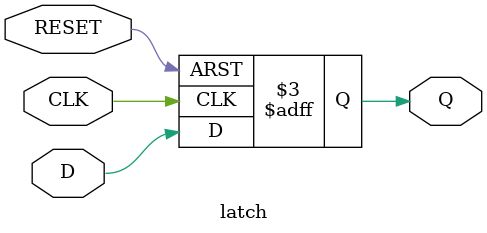
<source format=v>
module latch(CLK, RESET, D, Q);
   input      CLK;
   input    RESET;
   input        D;
   output       Q;

   reg          Q;

   always @ (posedge CLK or posedge RESET) begin
      if (RESET == 1'b1)
         Q  <= 1'b0;
      else
         Q  <=    D;
   end
   
endmodule

</source>
